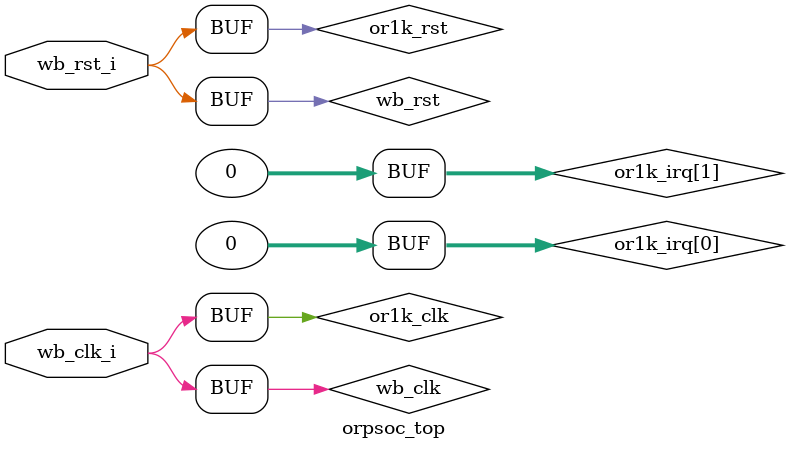
<source format=v>
module orpsoc_top #(
                parameter UART_SIM = 0
)(
                input                             wb_clk_i,
                input                             wb_rst_i
);

localparam wb_aw = 32;
localparam wb_dw = 32;

localparam MEM_SIZE_BITS = 23;


   wire        traceport_exec_valid[0:1] /* verilator public */;
   wire [31:0] traceport_exec_pc[0:1] /* verilator public */;
   wire [31:0] traceport_exec_insn[0:1] /* verilator public */;
   wire [31:0] traceport_exec_wbdata[0:1] /* verilator public */;
   wire [4:0]  traceport_exec_wbreg[0:1] /* verilator public */;
   wire        traceport_exec_wben[0:1] /*verilator public*/;
   

////////////////////////////////////////////////////////////////////////
//
// Wishbone interconnect
//
////////////////////////////////////////////////////////////////////////
wire wb_clk = wb_clk_i;
wire wb_rst = wb_rst_i;

   wire [31:0] wbm_adr_o [0:3];
   wire [31:0] wbm_dat_o [0:3];
   wire [3:0]  wbm_sel_o [0:3];
   wire        wbm_we_o [0:3];
   wire        wbm_cyc_o [0:3];
   wire        wbm_stb_o [0:3];
   wire [2:0]  wbm_cti_o [0:3];
   wire [1:0]  wbm_bte_o [0:3];

   wire [31:0] wbm_dat_i [0:3];
   wire        wbm_ack_i [0:3];
   wire        wbm_err_i [0:3];
   wire        wbm_rty_i [0:3];

   wire [31:0] wb_m2s_mem_adr;
   wire [31:0] wb_m2s_mem_dat;
   wire [3:0]  wb_m2s_mem_sel;
   wire        wb_m2s_mem_we;
   wire        wb_m2s_mem_cyc;
   wire        wb_m2s_mem_stb;
   wire [2:0]  wb_m2s_mem_cti;
   wire [1:0]  wb_m2s_mem_bte;
   wire [31:0] wb_s2m_mem_dat;
   wire        wb_s2m_mem_ack;
   wire        wb_s2m_mem_err;
   wire        wb_s2m_mem_rty;
   
   wire [31:0] wb_m2s_uart_adr;
   wire [31:0] wb_m2s_uart_dat;
   wire [3:0]  wb_m2s_uart_sel;
   wire        wb_m2s_uart_we;
   wire        wb_m2s_uart_cyc;
   wire        wb_m2s_uart_stb;
   wire [2:0]  wb_m2s_uart_cti;
   wire [1:0]  wb_m2s_uart_bte;
   wire [31:0] wb_s2m_uart_dat;
   wire        wb_s2m_uart_ack;
   wire        wb_s2m_uart_err;
   wire        wb_s2m_uart_rty;

////////////////////////////////////////////////////////////////////////
//
// Bus
//
////////////////////////////////////////////////////////////////////////

   wire [31:0] snoop_adr;
   wire        snoop_en;
   
   /* wb_bus_b3 AUTO_TEMPLATE (
    .clk_i (wb_clk),
    .rst_i (wb_rst),
    .m_\(.*\)_i ({wbm_\1_o[3], wbm_\1_o[2], wbm_\1_o[1], wbm_\1_o[0]}),
    .m_\(.*\)_o ({wbm_\1_i[3], wbm_\1_i[2], wbm_\1_i[1], wbm_\1_i[0]}),
    .s_\(.*\)_i ({wb_s2m_uart_\1, wb_s2m_mem_\1}),
    .s_\(.*\)_o ({wb_m2s_uart_\1, wb_m2s_mem_\1}),
    .bus_hold (1'b0),
    .bus_hold_ack (),
    .snoop_adr_o (snoop_adr),
    .snopp_en_o  (snoop_en)
    );*/
   wb_bus_b3
     #(.MASTERS (4),
       .SLAVES  (2),
       .S0_RANGE_WIDTH (9),
       .S0_RANGE_MATCH (9'h0),
       .S1_RANGE_WIDTH (16),
       .S1_RANGE_MATCH (16'h9000))
   u_bus (/*AUTOINST*/
          // Outputs
          .m_dat_o                      ({wbm_dat_i[3], wbm_dat_i[2], wbm_dat_i[1], wbm_dat_i[0]}), // Templated
          .m_ack_o                      ({wbm_ack_i[3], wbm_ack_i[2], wbm_ack_i[1], wbm_ack_i[0]}), // Templated
          .m_err_o                      ({wbm_err_i[3], wbm_err_i[2], wbm_err_i[1], wbm_err_i[0]}), // Templated
          .m_rty_o                      ({wbm_rty_i[3], wbm_rty_i[2], wbm_rty_i[1], wbm_rty_i[0]}), // Templated
          .s_adr_o                      ({wb_m2s_uart_adr, wb_m2s_mem_adr}), // Templated
          .s_dat_o                      ({wb_m2s_uart_dat, wb_m2s_mem_dat}), // Templated
          .s_cyc_o                      ({wb_m2s_uart_cyc, wb_m2s_mem_cyc}), // Templated
          .s_stb_o                      ({wb_m2s_uart_stb, wb_m2s_mem_stb}), // Templated
          .s_sel_o                      ({wb_m2s_uart_sel, wb_m2s_mem_sel}), // Templated
          .s_we_o                       ({wb_m2s_uart_we, wb_m2s_mem_we}), // Templated
          .s_cti_o                      ({wb_m2s_uart_cti, wb_m2s_mem_cti}), // Templated
          .s_bte_o                      ({wb_m2s_uart_bte, wb_m2s_mem_bte}), // Templated
          .snoop_adr_o                  (snoop_adr),                      // Templated
          .snoop_en_o                   (snoop_en),                      // Templated
          .bus_hold_ack                 (),                      // Templated
          // Inputs
          .clk_i                        (wb_clk),                // Templated
          .rst_i                        (wb_rst),                // Templated
          .m_adr_i                      ({wbm_adr_o[3], wbm_adr_o[2], wbm_adr_o[1], wbm_adr_o[0]}), // Templated
          .m_dat_i                      ({wbm_dat_o[3], wbm_dat_o[2], wbm_dat_o[1], wbm_dat_o[0]}), // Templated
          .m_cyc_i                      ({wbm_cyc_o[3], wbm_cyc_o[2], wbm_cyc_o[1], wbm_cyc_o[0]}), // Templated
          .m_stb_i                      ({wbm_stb_o[3], wbm_stb_o[2], wbm_stb_o[1], wbm_stb_o[0]}), // Templated
          .m_sel_i                      ({wbm_sel_o[3], wbm_sel_o[2], wbm_sel_o[1], wbm_sel_o[0]}), // Templated
          .m_we_i                       ({wbm_we_o[3], wbm_we_o[2], wbm_we_o[1], wbm_we_o[0]}), // Templated
          .m_cti_i                      ({wbm_cti_o[3], wbm_cti_o[2], wbm_cti_o[1], wbm_cti_o[0]}), // Templated
          .m_bte_i                      ({wbm_bte_o[3], wbm_bte_o[2], wbm_bte_o[1], wbm_bte_o[0]}), // Templated
          .s_dat_i                      ({wb_s2m_uart_dat, wb_s2m_mem_dat}), // Templated
          .s_ack_i                      ({wb_s2m_uart_ack, wb_s2m_mem_ack}), // Templated
          .s_err_i                      ({wb_s2m_uart_err, wb_s2m_mem_err}), // Templated
          .s_rty_i                      ({wb_s2m_uart_rty, wb_s2m_mem_rty}), // Templated
          .bus_hold                     (1'b0));                         // Templated
   
////////////////////////////////////////////////////////////////////////
//
// mor1kx cpu
//
////////////////////////////////////////////////////////////////////////

   wire [31:0] or1k_irq [0:1];
   wire        or1k_clk;
   wire        or1k_rst;

   assign or1k_clk = wb_clk;
   assign or1k_rst = wb_rst;
   
   mor1kx
     #(.FEATURE_DEBUGUNIT              ("ENABLED"),
       .FEATURE_CMOV                   ("ENABLED"),
       .FEATURE_INSTRUCTIONCACHE       ("ENABLED"),
       .FEATURE_MULTICORE              ("ENABLED"),
       .FEATURE_TRACEPORT_EXEC         ("ENABLED"),
       .OPTION_ICACHE_BLOCK_WIDTH      (5),
       .OPTION_ICACHE_SET_WIDTH        (8),
       .OPTION_ICACHE_WAYS             (4),
       .OPTION_ICACHE_LIMIT_WIDTH      (32),
       .FEATURE_IMMU                   ("ENABLED"),
       .FEATURE_DATACACHE              ("ENABLED"),
       .OPTION_DCACHE_BLOCK_WIDTH      (5),
       .OPTION_DCACHE_SET_WIDTH        (8),
       .OPTION_DCACHE_WAYS             (8),
       .OPTION_DCACHE_LIMIT_WIDTH      (31),
       .FEATURE_DMMU                   ("ENABLED"),
       .OPTION_PIC_TRIGGER             ("LATCHED_LEVEL"),
       
       .IBUS_WB_TYPE                   ("B3_REGISTERED_FEEDBACK"),
       .DBUS_WB_TYPE                   ("B3_REGISTERED_FEEDBACK"),
       .OPTION_CPU0                    ("CAPPUCCINO"),
       .OPTION_RESET_PC                (32'h00000100))
   mor1kx0 (
        .iwbm_adr_o                     (wbm_adr_o[0]),
        .iwbm_stb_o                     (wbm_stb_o[0]),
        .iwbm_cyc_o                     (wbm_cyc_o[0]),
        .iwbm_sel_o                     (wbm_sel_o[0]),
        .iwbm_we_o                      (wbm_we_o[0]),
        .iwbm_cti_o                     (wbm_cti_o[0]),
        .iwbm_bte_o                     (wbm_bte_o[0]),
        .iwbm_dat_o                     (wbm_dat_o[0]),

        .dwbm_adr_o                     (wbm_adr_o[1]),
        .dwbm_stb_o                     (wbm_stb_o[1]),
        .dwbm_cyc_o                     (wbm_cyc_o[1]),
        .dwbm_sel_o                     (wbm_sel_o[1]),
        .dwbm_we_o                      (wbm_we_o[1]),
        .dwbm_cti_o                     (wbm_cti_o[1]),
        .dwbm_bte_o                     (wbm_bte_o[1]),
        .dwbm_dat_o                     (wbm_dat_o[1]),

        .clk                            (or1k_clk),
        .rst                            (or1k_rst),

        .iwbm_err_i                     (wbm_err_i[0]),
        .iwbm_ack_i                     (wbm_ack_i[0]),
        .iwbm_dat_i                     (wbm_dat_i[0]),
        .iwbm_rty_i                     (wbm_rty_i[0]),

        .dwbm_err_i                     (wbm_err_i[1]),
        .dwbm_ack_i                     (wbm_ack_i[1]),
        .dwbm_dat_i                     (wbm_dat_i[1]),
        .dwbm_rty_i                     (wbm_rty_i[1]),

        .irq_i                          (or1k_irq[0]),

        .du_addr_i                      (16'b0),
        .du_stb_i                       (1'b0),
        .du_dat_i                       (32'b0),
        .du_we_i                        (1'b0),
        .du_dat_o                       (),
        .du_ack_o                       (),
        .du_stall_i                     (1'b0),
        .du_stall_o                     (),

        .multicore_coreid_i             (0),
        .multicore_numcores_i           (2),

            .snoop_adr_i             (snoop_adr),
            .snoop_en_i              (snoop_en),
         
            .traceport_exec_valid_o  (traceport_exec_valid[0]),
            .traceport_exec_pc_o     (traceport_exec_pc[0]),
            .traceport_exec_insn_o   (traceport_exec_insn[0]),
            .traceport_exec_wbdata_o (traceport_exec_wbdata[0]),
            .traceport_exec_wbreg_o  (traceport_exec_wbreg[0]),
            .traceport_exec_wben_o   (traceport_exec_wben[0])
            );

      mor1kx
     #(.FEATURE_DEBUGUNIT              ("ENABLED"),
       .FEATURE_CMOV                   ("ENABLED"),
       .FEATURE_INSTRUCTIONCACHE       ("ENABLED"),
       .FEATURE_MULTICORE              ("ENABLED"),
       .FEATURE_TRACEPORT_EXEC         ("ENABLED"),
       .OPTION_ICACHE_BLOCK_WIDTH      (5),
       .OPTION_ICACHE_SET_WIDTH        (8),
       .OPTION_ICACHE_WAYS             (4),
       .OPTION_ICACHE_LIMIT_WIDTH      (32),
       .FEATURE_IMMU                   ("ENABLED"),
       .FEATURE_DATACACHE              ("ENABLED"),
       .OPTION_DCACHE_BLOCK_WIDTH      (5),
       .OPTION_DCACHE_SET_WIDTH        (8),
       .OPTION_DCACHE_WAYS             (8),
       .OPTION_DCACHE_LIMIT_WIDTH      (31),
       .FEATURE_DMMU                   ("ENABLED"),
       .OPTION_PIC_TRIGGER             ("LATCHED_LEVEL"),
       
       .IBUS_WB_TYPE                   ("B3_REGISTERED_FEEDBACK"),
       .DBUS_WB_TYPE                   ("B3_REGISTERED_FEEDBACK"),
       .OPTION_CPU0                    ("CAPPUCCINO"),
       .OPTION_RESET_PC                (32'h00000100))
   mor1kx1 (
        .iwbm_adr_o                     (wbm_adr_o[2]),
        .iwbm_stb_o                     (wbm_stb_o[2]),
        .iwbm_cyc_o                     (wbm_cyc_o[2]),
        .iwbm_sel_o                     (wbm_sel_o[2]),
        .iwbm_we_o                      (wbm_we_o[2]),
        .iwbm_cti_o                     (wbm_cti_o[2]),
        .iwbm_bte_o                     (wbm_bte_o[2]),
        .iwbm_dat_o                     (wbm_dat_o[2]),

        .dwbm_adr_o                     (wbm_adr_o[3]),
        .dwbm_stb_o                     (wbm_stb_o[3]),
        .dwbm_cyc_o                     (wbm_cyc_o[3]),
        .dwbm_sel_o                     (wbm_sel_o[3]),
        .dwbm_we_o                      (wbm_we_o[3]),
        .dwbm_cti_o                     (wbm_cti_o[3]),
        .dwbm_bte_o                     (wbm_bte_o[3]),
        .dwbm_dat_o                     (wbm_dat_o[3]),

        .clk                            (or1k_clk),
        .rst                            (or1k_rst),

        .iwbm_err_i                     (wbm_err_i[2]),
        .iwbm_ack_i                     (wbm_ack_i[2]),
        .iwbm_dat_i                     (wbm_dat_i[2]),
        .iwbm_rty_i                     (wbm_rty_i[2]),

        .dwbm_err_i                     (wbm_err_i[3]),
        .dwbm_ack_i                     (wbm_ack_i[3]),
        .dwbm_dat_i                     (wbm_dat_i[3]),
        .dwbm_rty_i                     (wbm_rty_i[3]),

        .irq_i                          (or1k_irq[1]),

        .du_addr_i                      (16'b0),
        .du_stb_i                       (1'b0),
        .du_dat_i                       (32'b0),
        .du_we_i                        (1'b0),
        .du_dat_o                       (),
        .du_ack_o                       (),
        .du_stall_i                     (1'b0),
        .du_stall_o                     (),

        .multicore_coreid_i             (1),
        .multicore_numcores_i           (2),

            .snoop_adr_i             (snoop_adr),
            .snoop_en_i              (snoop_en),
            
            .traceport_exec_valid_o  (traceport_exec_valid[1]),
            .traceport_exec_pc_o     (traceport_exec_pc[1]),
            .traceport_exec_insn_o   (traceport_exec_insn[1]),
            .traceport_exec_wbdata_o (traceport_exec_wbdata[1]),
            .traceport_exec_wbreg_o  (traceport_exec_wbreg[1]),
            .traceport_exec_wben_o   (traceport_exec_wben[1])
            );

   
////////////////////////////////////////////////////////////////////////
//
// Generic main RAM
//
////////////////////////////////////////////////////////////////////////
ram_wb_b3 #(
        .mem_size_bytes (2**MEM_SIZE_BITS*(wb_dw/8)),
        .mem_adr_width  (MEM_SIZE_BITS)
) wb_bfm_memory0 (
        //Wishbone Master interface
        .wb_clk_i       (wb_clk_i),
        .wb_rst_i       (wb_rst_i),
        .wb_adr_i       (wb_m2s_mem_adr & (2**MEM_SIZE_BITS-1)),
        .wb_dat_i       (wb_m2s_mem_dat),
        .wb_sel_i       (wb_m2s_mem_sel),
        .wb_we_i        (wb_m2s_mem_we),
        .wb_cyc_i       (wb_m2s_mem_cyc),
        .wb_stb_i       (wb_m2s_mem_stb),
        .wb_cti_i       (wb_m2s_mem_cti),
        .wb_bte_i       (wb_m2s_mem_bte),
        .wb_dat_o       (wb_s2m_mem_dat),
        .wb_ack_o       (wb_s2m_mem_ack),
        .wb_err_o       (wb_s2m_mem_err),
        .wb_rty_o       (wb_s2m_mem_rty)
);

wb_uart_wrapper #(
        .DEBUG  (0),
        .SIM    (UART_SIM)
) wb_uart_wrapper0 (
        //Wishbone Master interface
        .wb_clk_i       (wb_clk_i),
        .wb_rst_i       (wb_rst_i),
        .rx             (1'b0),
        .tx             (uart),
        .wb_adr_i       (wb_m2s_uart_adr),
        .wb_dat_i       (wb_m2s_uart_dat),
        .wb_we_i        (wb_m2s_uart_we),
        .wb_cyc_i       (wb_m2s_uart_cyc),
        .wb_stb_i       (wb_m2s_uart_stb),
        .wb_cti_i       (wb_m2s_uart_cti),
        .wb_bte_i       (wb_m2s_uart_bte),
        .wb_dat_o       (wb_s2m_uart_dat),
        .wb_ack_o       (wb_s2m_uart_ack),
        .wb_err_o       (wb_s2m_uart_err),
        .wb_rty_o       (wb_s2m_uart_rty)
);

`ifdef VERILATOR
wire [7:0]      uart_rx_data;
wire            uart_rx_done;

uart_transceiver uart_transceiver0 (
        .sys_rst        (wb_rst_i),
        .sys_clk        (wb_clk_i),

        .uart_rx        (uart),
        .uart_tx        (),

        .divisor        (16'd26),

        .rx_data        (uart_rx_data),
        .rx_done        (uart_rx_done),

        .tx_data        (8'h00),
        .tx_wr          (1'b0),
        .tx_done        (),

        .rx_break       ()
);

always @(posedge wb_clk_i)
        if(uart_rx_done)
                $write("%c", uart_rx_data);

`endif

////////////////////////////////////////////////////////////////////////
//
// CPU Interrupt assignments
//
////////////////////////////////////////////////////////////////////////
assign or1k_irq[0] = 0;
assign or1k_irq[1] = 0;

endmodule

</source>
